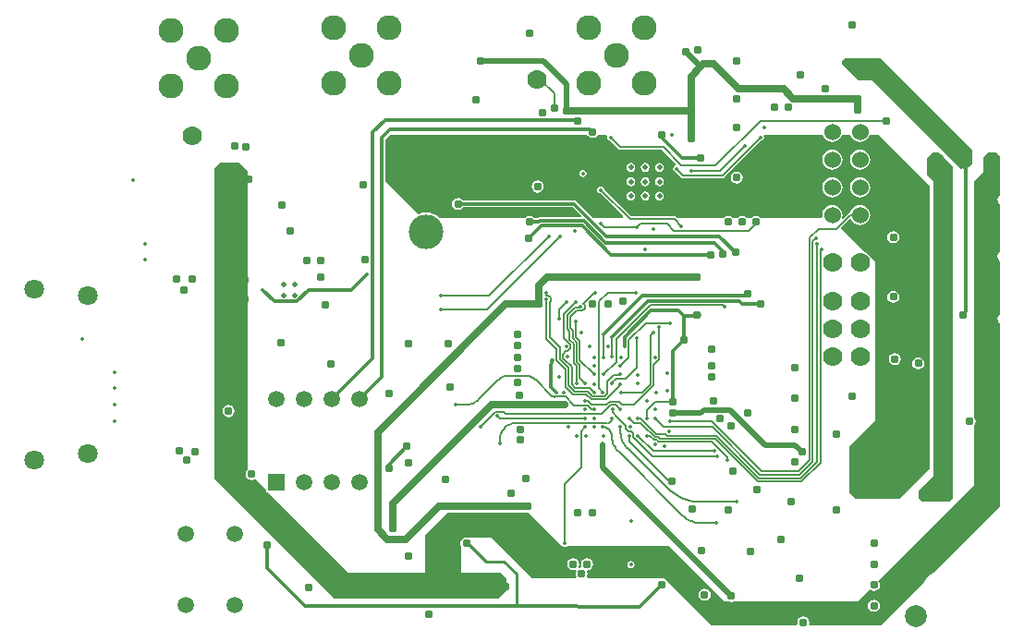
<source format=gbl>
%FSTAX23Y23*%
%MOIN*%
%SFA1B1*%

%IPPOS*%
%ADD12C,0.010000*%
%ADD16C,0.020000*%
%ADD17C,0.005000*%
%ADD19C,0.008000*%
%ADD102C,0.012000*%
%ADD106C,0.025000*%
%ADD108C,0.006000*%
%ADD109C,0.070870*%
%ADD110C,0.060000*%
%ADD111C,0.070000*%
%ADD112C,0.125000*%
%ADD113C,0.090000*%
%ADD114C,0.059060*%
%ADD115C,0.078740*%
%ADD116R,0.059060X0.059060*%
%ADD117C,0.014000*%
%ADD118C,0.031000*%
%ADD119C,0.019680*%
%LNusb_control-1*%
%LPD*%
G36*
X03309Y01615D02*
Y00595D01*
X03199Y00485*
X03044*
X03019Y0051*
Y00675*
X03114Y0077*
Y0134*
X03095Y01358*
X03094Y0136*
X03088Y01369*
X03079Y01375*
X03077Y01376*
X0299Y01463*
X03021Y01495*
X03026Y01494*
X03027Y01491*
X03033Y01484*
X0304Y01478*
X03049Y01474*
X03059Y01473*
X03068Y01474*
X03077Y01478*
X03084Y01484*
X0309Y01491*
X03094Y015*
X03095Y0151*
X03094Y01519*
X0309Y01528*
X03084Y01535*
X03077Y01541*
X03068Y01545*
X03059Y01546*
X03049Y01545*
X0304Y01541*
X03033Y01535*
X03027Y01528*
X03023Y01519*
X03023Y01518*
X0302Y01518*
X03017Y01516*
X02997Y01495*
X02993Y01498*
X02994Y015*
X02995Y0151*
X02994Y01519*
X0299Y01528*
X02984Y01535*
X02977Y01541*
X02968Y01545*
X02959Y01546*
X02949Y01545*
X0294Y01541*
X02933Y01535*
X02927Y01528*
X02923Y01519*
X02922Y0151*
X02923Y01505*
X02918Y015*
X02699*
X02699Y015*
X02692Y01505*
X02684Y01506*
X02675Y01505*
X02668Y015*
X02668Y015*
X02649*
X02649Y015*
X02642Y01505*
X02634Y01506*
X02625Y01505*
X02618Y015*
X02618Y015*
X02599*
X02599Y015*
X02592Y01505*
X02584Y01506*
X02575Y01505*
X02568Y015*
X02568Y015*
X02398*
X02396Y01502*
X02392Y01504*
X02389Y01505*
X02233*
X02136Y01601*
X02136Y01605*
X02133Y01609*
X02129Y01612*
X02124Y01613*
X02118Y01612*
X02114Y01609*
X02111Y01605*
X0211Y016*
X02111Y01594*
X02114Y0159*
X02118Y01587*
X02122Y01587*
X02204Y01504*
X02203Y015*
X02094*
X02035Y01558*
X02031Y01561*
X02027Y01562*
X01626*
X01624Y01565*
X01617Y0157*
X01609Y01571*
X016Y0157*
X01593Y01565*
X01588Y01558*
X01587Y0155*
X01588Y01541*
X01593Y01534*
X016Y01529*
X01609Y01528*
X01617Y01529*
X01624Y01534*
X01626Y01537*
X02022*
X02053Y01505*
X02052Y01501*
X01902*
X01897Y015*
X01897Y015*
X01882*
X01882Y015*
X01874Y01505*
X01866Y01506*
X01858Y01505*
X01851Y015*
X0185Y015*
X01541*
X01532Y01507*
X0152Y01513*
X01507Y01517*
X01494Y01518*
X0148Y01517*
X01467Y01513*
X01466Y01512*
X01346Y01632*
Y01782*
X01364Y018*
X02074*
X02078Y01794*
X02085Y01789*
X02094Y01788*
X02102Y01789*
X02109Y01794*
X02113Y018*
X02144*
X02146Y01795*
X02145Y0179*
X02146Y01784*
X02149Y0178*
X02153Y01777*
X02157Y01777*
X02186Y01747*
X0219Y01745*
X02194Y01744*
X02344*
X02394Y01694*
X02393Y01689*
X02392Y01689*
X02388Y01686*
X02385Y01681*
X02384Y01676*
X02385Y01671*
X02388Y01667*
X02392Y01664*
X02395Y01663*
X02414Y01645*
X02417Y01643*
X02421Y01642*
X02562*
X02565Y01643*
X02569Y01645*
X027Y01777*
X02704Y01777*
X02708Y0178*
X02711Y01784*
X02712Y0179*
X02711Y01795*
X02713Y018*
X02924*
X02927Y01791*
X02933Y01784*
X0294Y01778*
X02949Y01774*
X02959Y01773*
X02968Y01774*
X02977Y01778*
X02984Y01784*
X0299Y01791*
X02993Y018*
X03024*
X03027Y01791*
X03033Y01784*
X0304Y01778*
X03049Y01774*
X03059Y01773*
X03068Y01774*
X03077Y01778*
X03084Y01784*
X0309Y01791*
X03093Y018*
X03124*
X03309Y01615*
G37*
G36*
X03464Y01745D02*
Y01695D01*
X03456Y01687*
X03452Y01689*
Y01699*
X03451Y01703*
X03448Y01707*
X03442Y01713*
X03438Y01716*
X03434Y01717*
X03429Y01716*
X03425Y01713*
X03422Y01709*
X03421Y01705*
X03422Y017*
X03425Y01696*
X03427Y01693*
Y01677*
X03422Y01676*
X03104Y01995*
X03054*
X02994Y02055*
Y02065*
X03004Y02075*
X03134*
X03464Y01745*
G37*
G36*
X03344Y01735D02*
X03394Y01685D01*
Y01406*
X03393Y01405*
X03394Y01403*
Y01201*
X03393Y012*
X03394Y01198*
Y00976*
X03393Y00975*
X03394Y00973*
Y0049*
X03379Y00475*
X03284*
X03269Y0049*
Y00515*
X03324Y0057*
Y0163*
X03299Y01655*
Y01715*
X03319Y01735*
X03344*
G37*
G36*
X03564Y0172D02*
Y0166D01*
Y01582*
X03559Y01579*
X03555Y01572*
X03553Y01565*
X03555Y01557*
X03559Y0155*
X03564Y01547*
Y01377*
X03559Y01374*
X03555Y01367*
X03553Y0136*
X03555Y01352*
X03559Y01345*
X03564Y01342*
Y01152*
X03559Y01149*
X03555Y01142*
X03553Y01135*
X03555Y01127*
X03559Y0112*
X03564Y01117*
Y0046*
X03323Y00219*
X03313Y00213*
X03303Y00205*
X03295Y00195*
X03289Y00185*
X03134Y0003*
X02878*
X02874Y00035*
X02875Y0004*
X02874Y00048*
X02869Y00055*
X02862Y0006*
X02854Y00061*
X02845Y0006*
X02838Y00055*
X02833Y00048*
X02832Y0004*
X02833Y00035*
X02829Y0003*
X02614*
X02524*
X02354Y002*
X02075*
X02072Y00204*
X02074Y00206*
X02075Y00215*
X02074Y00223*
X02076Y00228*
X02082Y00229*
X02089Y00234*
X02094Y00241*
X02095Y0025*
X02094Y00258*
X02089Y00265*
X02082Y0027*
X02074Y00271*
X02065Y0027*
X02058Y00265*
X02053Y00258*
X02052Y0025*
X02053Y00241*
X02051Y00236*
X02046Y00235*
X02044Y00236*
X02042Y00239*
X02044Y00241*
X02045Y0025*
X02044Y00258*
X02039Y00265*
X02032Y0027*
X02024Y00271*
X02015Y0027*
X02008Y00265*
X02003Y00258*
X02002Y0025*
X02003Y00241*
X02008Y00234*
X02015Y00229*
X02024Y00228*
X02031Y00229*
X02033Y00228*
X02035Y00225*
X02033Y00223*
X02032Y00215*
X02033Y00206*
X02035Y00204*
X02032Y002*
X01874*
X01729Y00345*
X01647*
X01647Y00345*
X01639Y00346*
X0163Y00345*
X01623Y0034*
X01618Y00333*
X01617Y00325*
X01618Y00316*
X01619Y00316*
Y0022*
X01739*
X01764*
X01784Y002*
Y00165*
Y00155*
X01754Y00125*
X01164*
X00729Y0056*
Y01675*
X00745Y01695*
X00751Y017*
X00819*
X00849Y0167*
Y0059*
X00848Y0059*
X00843Y00583*
X00842Y00575*
X00843Y00566*
X00848Y00559*
X00855Y00554*
X00864Y00553*
X00872Y00554*
X00876Y00557*
X00918Y00515*
Y00509*
X00924*
X01214Y0022*
X01489*
Y00355*
X01569Y00435*
X01864*
X01984Y00315*
X01985*
X01988Y00312*
X01994Y00311*
X01999Y00312*
X02002Y00315*
X02369*
X02569Y00115*
X02585*
X02585Y00114*
X02594Y00113*
X02602Y00114*
X02602Y00115*
X03049*
X03093Y00159*
X031Y00154*
X03109Y00153*
X03117Y00154*
X03124Y00159*
X03129Y00166*
X0313Y00175*
X03129Y00183*
X03124Y0019*
X03469Y00535*
Y00749*
X03469Y00749*
X03474Y00756*
X03475Y00765*
X03474Y00773*
X03469Y0078*
X03469Y0078*
Y0163*
X03504Y01665*
Y0172*
X03519Y01735*
X03549*
X03564Y0172*
G37*
%LNusb_control-2*%
%LPC*%
G36*
X03059Y01746D02*
X03049Y01745D01*
X0304Y01741*
X03033Y01735*
X03027Y01728*
X03023Y01719*
X03022Y0171*
X03023Y017*
X03027Y01691*
X03033Y01684*
X0304Y01678*
X03049Y01674*
X03059Y01673*
X03068Y01674*
X03077Y01678*
X03084Y01684*
X0309Y01691*
X03094Y017*
X03095Y0171*
X03094Y01719*
X0309Y01728*
X03084Y01735*
X03077Y01741*
X03068Y01745*
X03059Y01746*
G37*
G36*
X02959D02*
X02949Y01745D01*
X0294Y01741*
X02933Y01735*
X02927Y01728*
X02923Y01719*
X02922Y0171*
X02923Y017*
X02927Y01691*
X02933Y01684*
X0294Y01678*
X02949Y01674*
X02959Y01673*
X02968Y01674*
X02977Y01678*
X02984Y01684*
X0299Y01691*
X02994Y017*
X02995Y0171*
X02994Y01719*
X0299Y01728*
X02984Y01735*
X02977Y01741*
X02968Y01745*
X02959Y01746*
G37*
G36*
X02335Y01697D02*
X02329Y01696D01*
X02323Y01692*
X0232Y01687*
X02319Y01681*
X0232Y01675*
X02323Y01669*
X02329Y01666*
X02335Y01665*
X02341Y01666*
X02346Y01669*
X0235Y01675*
X02351Y01681*
X0235Y01687*
X02346Y01692*
X02341Y01696*
X02335Y01697*
G37*
G36*
X02284D02*
X02277Y01696D01*
X02272Y01692*
X02269Y01687*
X02267Y01681*
X02269Y01675*
X02272Y01669*
X02277Y01666*
X02284Y01665*
X0229Y01666*
X02295Y01669*
X02298Y01675*
X023Y01681*
X02298Y01687*
X02295Y01692*
X0229Y01696*
X02284Y01697*
G37*
G36*
X02232D02*
X02226Y01696D01*
X02221Y01692*
X02217Y01687*
X02216Y01681*
X02217Y01675*
X02221Y01669*
X02226Y01666*
X02232Y01665*
X02239Y01666*
X02244Y01669*
X02247Y01675*
X02248Y01681*
X02247Y01687*
X02244Y01692*
X02239Y01696*
X02232Y01697*
G37*
G36*
X02059Y01673D02*
X02053Y01672D01*
X02049Y01669*
X02046Y01665*
X02045Y0166*
X02046Y01654*
X02049Y0165*
X02053Y01647*
X02059Y01646*
X02064Y01647*
X02068Y0165*
X02071Y01654*
X02072Y0166*
X02071Y01665*
X02068Y01669*
X02064Y01672*
X02059Y01673*
G37*
G36*
X02614Y01666D02*
X02605Y01665D01*
X02598Y0166*
X02593Y01653*
X02592Y01645*
X02593Y01636*
X02598Y01629*
X02605Y01624*
X02614Y01623*
X02622Y01624*
X02629Y01629*
X02634Y01636*
X02635Y01645*
X02634Y01653*
X02629Y0166*
X02622Y01665*
X02614Y01666*
G37*
G36*
X02335Y01646D02*
X02329Y01644D01*
X02323Y01641*
X0232Y01636*
X02319Y0163*
X0232Y01623*
X02323Y01618*
X02329Y01615*
X02335Y01613*
X02341Y01615*
X02346Y01618*
X0235Y01623*
X02351Y0163*
X0235Y01636*
X02346Y01641*
X02341Y01644*
X02335Y01646*
G37*
G36*
X02284D02*
X02277Y01644D01*
X02272Y01641*
X02269Y01636*
X02267Y0163*
X02269Y01623*
X02272Y01618*
X02277Y01615*
X02284Y01613*
X0229Y01615*
X02295Y01618*
X02298Y01623*
X023Y0163*
X02298Y01636*
X02295Y01641*
X0229Y01644*
X02284Y01646*
G37*
G36*
X02232D02*
X02226Y01644D01*
X02221Y01641*
X02217Y01636*
X02216Y0163*
X02217Y01623*
X02221Y01618*
X02226Y01615*
X02232Y01613*
X02239Y01615*
X02244Y01618*
X02247Y01623*
X02248Y0163*
X02247Y01636*
X02244Y01641*
X02239Y01644*
X02232Y01646*
G37*
G36*
X01896Y01634D02*
X01888Y01632D01*
X01881Y01628*
X01876Y0162*
X01874Y01612*
X01876Y01604*
X01881Y01597*
X01888Y01592*
X01896Y0159*
X01904Y01592*
X01912Y01597*
X01916Y01604*
X01918Y01612*
X01916Y0162*
X01912Y01628*
X01904Y01632*
X01896Y01634*
G37*
G36*
X03059Y01646D02*
X03049Y01645D01*
X0304Y01641*
X03033Y01635*
X03027Y01628*
X03023Y01619*
X03022Y0161*
X03023Y016*
X03027Y01591*
X03033Y01584*
X0304Y01578*
X03049Y01574*
X03059Y01573*
X03068Y01574*
X03077Y01578*
X03084Y01584*
X0309Y01591*
X03094Y016*
X03095Y0161*
X03094Y01619*
X0309Y01628*
X03084Y01635*
X03077Y01641*
X03068Y01645*
X03059Y01646*
G37*
G36*
X02959D02*
X02949Y01645D01*
X0294Y01641*
X02933Y01635*
X02927Y01628*
X02923Y01619*
X02922Y0161*
X02923Y016*
X02927Y01591*
X02933Y01584*
X0294Y01578*
X02949Y01574*
X02959Y01573*
X02968Y01574*
X02977Y01578*
X02984Y01584*
X0299Y01591*
X02994Y016*
X02995Y0161*
X02994Y01619*
X0299Y01628*
X02984Y01635*
X02977Y01641*
X02968Y01645*
X02959Y01646*
G37*
G36*
X02335Y01594D02*
X02329Y01593D01*
X02323Y0159*
X0232Y01585*
X02319Y01578*
X0232Y01572*
X02323Y01567*
X02329Y01563*
X02335Y01562*
X02341Y01563*
X02346Y01567*
X0235Y01572*
X02351Y01578*
X0235Y01585*
X02346Y0159*
X02341Y01593*
X02335Y01594*
G37*
G36*
X02284D02*
X02277Y01593D01*
X02272Y0159*
X02269Y01585*
X02267Y01578*
X02269Y01572*
X02272Y01567*
X02277Y01563*
X02284Y01562*
X0229Y01563*
X02295Y01567*
X02298Y01572*
X023Y01578*
X02298Y01585*
X02295Y0159*
X0229Y01593*
X02284Y01594*
G37*
G36*
X02232D02*
X02226Y01593D01*
X02221Y0159*
X02217Y01585*
X02216Y01578*
X02217Y01572*
X02221Y01567*
X02226Y01563*
X02232Y01562*
X02239Y01563*
X02244Y01567*
X02247Y01572*
X02248Y01578*
X02247Y01585*
X02244Y0159*
X02239Y01593*
X02232Y01594*
G37*
G36*
X03179Y01451D02*
X0317Y0145D01*
X03163Y01445*
X03158Y01438*
X03157Y0143*
X03158Y01421*
X03163Y01414*
X0317Y01409*
X03179Y01408*
X03187Y01409*
X03194Y01414*
X03199Y01421*
X032Y0143*
X03199Y01438*
X03194Y01445*
X03187Y0145*
X03179Y01451*
G37*
G36*
Y01236D02*
X0317Y01235D01*
X03163Y0123*
X03158Y01223*
X03157Y01215*
X03158Y01206*
X03163Y01199*
X0317Y01194*
X03179Y01193*
X03187Y01194*
X03194Y01199*
X03199Y01206*
X032Y01215*
X03199Y01223*
X03194Y0123*
X03187Y01235*
X03179Y01236*
G37*
G36*
X03184Y01011D02*
X03175Y0101D01*
X03168Y01005*
X03163Y00998*
X03162Y0099*
X03163Y00981*
X03168Y00974*
X03175Y00969*
X03184Y00968*
X03192Y00969*
X03199Y00974*
X03204Y00981*
X03205Y0099*
X03204Y00998*
X03199Y01005*
X03192Y0101*
X03184Y01011*
G37*
G36*
X03269Y00996D02*
X0326Y00995D01*
X03253Y0099*
X03248Y00983*
X03247Y00975*
X03248Y00966*
X03253Y00959*
X0326Y00954*
X03269Y00953*
X03277Y00954*
X03284Y00959*
X03289Y00966*
X0329Y00975*
X03289Y00983*
X03284Y0099*
X03277Y00995*
X03269Y00996*
G37*
G36*
X00781Y00824D02*
X00773Y00822D01*
X00766Y00818*
X00761Y0081*
X00759Y00802*
X00761Y00794*
X00766Y00787*
X00773Y00782*
X00781Y0078*
X00789Y00782*
X00797Y00787*
X00801Y00794*
X00803Y00802*
X00801Y0081*
X00797Y00818*
X00789Y00822*
X00781Y00824*
G37*
G36*
X02232Y00261D02*
X02227Y0026D01*
X02223Y00257*
X0222Y00253*
X02219Y00248*
X0222Y00243*
X02223Y00239*
X02227Y00236*
X02232Y00235*
X02237Y00236*
X02241Y00239*
X02244Y00243*
X02245Y00248*
X02244Y00253*
X02241Y00257*
X02237Y0026*
X02232Y00261*
G37*
G36*
X02498Y00161D02*
X0249Y0016D01*
X02483Y00155*
X02478Y00148*
X02476Y0014*
X02478Y00131*
X02483Y00124*
X0249Y00119*
X02498Y00118*
X02507Y00119*
X02514Y00124*
X02519Y00131*
X0252Y0014*
X02519Y00148*
X02514Y00155*
X02507Y0016*
X02498Y00161*
G37*
G36*
X03109Y00121D02*
X031Y0012D01*
X03093Y00115*
X03088Y00108*
X03087Y001*
X03088Y00091*
X03093Y00084*
X031Y00079*
X03109Y00078*
X03117Y00079*
X03124Y00084*
X03129Y00091*
X0313Y001*
X03129Y00108*
X03124Y00115*
X03117Y0012*
X03109Y00121*
G37*
%LNusb_control-3*%
%LPD*%
G54D12*
X01639Y00325D02*
X01644D01*
X01709Y0026*
X01774*
X01819Y00215*
Y00097D02*
Y00215D01*
G54D16*
X01999Y01885D02*
Y01983D01*
X01917Y02065D02*
X01999Y01983D01*
X01689Y02065D02*
X01917D01*
X02131Y00597D02*
X02594Y00135D01*
X02131Y00597D02*
Y00681D01*
X02589Y00806D02*
X02716Y0068D01*
X02495Y00806D02*
X02589D01*
X02716Y0068D02*
X02824D01*
X02849Y00655*
X02484Y00795D02*
X02495Y00806D01*
X02384Y00795D02*
X02484D01*
X02429Y021D02*
X02484Y02045D01*
G54D17*
X02149Y0076D02*
D01*
X0215Y0076*
X02151Y0076*
X02152Y0076*
X02153Y00761*
X02154Y00761*
X02155Y00761*
X02156Y00762*
X02157Y00762*
X02158Y00763*
X02159Y00764*
X02159Y00764*
X0216Y00765*
X02161Y00766*
X02162Y00767*
X02162Y00768*
X02163Y00769*
X02163Y0077*
X02163Y00771*
X02164Y00772*
X02164Y00773*
X02164Y00774*
X02164Y00775*
X02164Y00776*
X01821Y0076D02*
D01*
X01816Y0076*
X01812Y00759*
X01808Y00759*
X01804Y00758*
X018Y00756*
X01795Y00755*
X01792Y00753*
X01788Y00751*
X01784Y00748*
X01781Y00745*
X01778Y00743*
X01775Y00739*
X01772Y00736*
X01769Y00733*
X01767Y00729*
X01765Y00725*
X01763Y00721*
X01762Y00717*
X0176Y00713*
X01759Y00709*
X01759Y00704*
X01759Y007*
X01759Y00698*
X02194Y00728D02*
D01*
X02194Y00722*
X02195Y00717*
X02196Y00711*
X02197Y00705*
X02199Y007*
X02201Y00694*
X02204Y00689*
X02207Y00684*
X0221Y00679*
X02214Y00675*
X02218Y0067*
X02219Y00669*
X02366Y00522D02*
D01*
X02374Y00514*
X02383Y00507*
X02392Y00501*
X02402Y00495*
X02412Y0049*
X02423Y00485*
X02433Y00482*
X02444Y00479*
X02455Y00476*
X02467Y00475*
X02478Y00475*
X02481Y00475*
X02154Y00735D02*
D01*
X02152Y00736*
X0215Y00738*
X02148Y00739*
X02146Y0074*
X02144Y00741*
X02142Y00742*
X02139Y00743*
X02137Y00744*
X02135Y00744*
X02132Y00744*
X0213Y00744*
X02129Y00745*
X02164Y0071D02*
D01*
X02164Y00705*
X02164Y007*
X02165Y00695*
X02166Y0069*
X02168Y00685*
X0217Y0068*
X02172Y00675*
X02175Y00671*
X02178Y00667*
X02181Y00662*
X02184Y00659*
X02185Y00658*
X02164Y0071D02*
D01*
X02163Y00713*
X02163Y00715*
X02163Y00717*
X02162Y0072*
X02161Y00722*
X02161Y00724*
X0216Y00726*
X02158Y00728*
X02157Y0073*
X02156Y00732*
X02154Y00734*
X02154Y00735*
X02417Y00426D02*
D01*
X02422Y00422*
X02427Y00417*
X02433Y00413*
X02439Y0041*
X02445Y00406*
X02452Y00404*
X02458Y00401*
X02465Y004*
X02472Y00398*
X02479Y00397*
X02486Y00397*
X02487Y00397*
X01974Y0117D02*
X01999Y01195D01*
X01928Y0123D02*
Y01235D01*
Y0122D02*
Y0123D01*
X01928Y01062D02*
Y01205D01*
X01928Y0122D02*
X01934D01*
X01944Y01211*
Y01198D02*
Y01211D01*
X01939Y01194D02*
X01944Y01198D01*
X01939Y01069D02*
Y01194D01*
Y01069D02*
X01976Y01032D01*
X01991Y01064D02*
Y01152D01*
X02025Y00976D02*
Y01045D01*
Y00976D02*
X02037Y00964D01*
Y00902D02*
Y00964D01*
X02036Y0098D02*
Y0105D01*
Y0098D02*
X02048Y00969D01*
Y00922D02*
Y00969D01*
X02033Y01069D02*
Y01125D01*
Y01069D02*
X02047Y01055D01*
Y00985D02*
Y01055D01*
Y00985D02*
X02099Y00934D01*
X02019Y00898D02*
Y00961D01*
X01987Y00993D02*
X02019Y00961D01*
X01987Y01006D02*
X01998Y01017D01*
X02003*
X02014Y01028*
X01991Y01064D02*
X02014Y01041D01*
X01976Y00989D02*
Y01032D01*
Y00989D02*
X02008Y00957D01*
Y00894D02*
Y00957D01*
X01928Y01062D02*
X01964Y01026D01*
Y00984D02*
Y01026D01*
Y00984D02*
X01997Y00952D01*
Y00889D02*
Y00952D01*
X01987Y00993D02*
Y01006D01*
X02022Y01065D02*
Y01092D01*
Y01065D02*
X02036Y0105D01*
X02011Y0106D02*
X02025Y01045D01*
X02011Y0106D02*
Y01088D01*
X02014Y01028D02*
Y01041D01*
X02002Y01097D02*
X02011Y01088D01*
X02013Y01101D02*
X02022Y01092D01*
X02002Y01097D02*
Y01147D01*
X02013Y01101D02*
Y01141D01*
X02116Y00886D02*
Y01178D01*
X02118Y0118*
Y01199*
X02116Y00886D02*
X02131Y0087D01*
X02118Y01199D02*
X02149Y0123D01*
X02134Y00935D02*
D01*
X02179Y0098*
X02061Y0119D02*
X021Y0123D01*
X02061Y0119D02*
D01*
X02065Y01186D01*
Y01173D02*
Y01186D01*
X01974Y01135D02*
Y0117D01*
X02013Y01141D02*
X02035Y01164D01*
X01991Y01152D02*
X02034Y01195D01*
X02002Y01147D02*
X0203Y01176D01*
X02048Y00922D02*
X02068Y00902D01*
X01997Y00889D02*
X02024Y00862D01*
X02008Y00894D02*
X02029Y00873D01*
X02019Y00898D02*
X0203Y00886D01*
X02035Y01164D02*
X02056D01*
X02065Y01173*
X0203Y01176D02*
X02045D01*
X0203Y00886D02*
X02084D01*
X021Y0087*
X02029Y00873D02*
X02076D01*
X02093Y00855*
X02024Y00862D02*
X02071D01*
X02089Y00844*
X02068Y0084D02*
X02075D01*
X01781Y00792D02*
X02126D01*
X0176Y00776D02*
X02068D01*
X01821Y0076D02*
X02148D01*
X02054Y0073D02*
X02068Y00744D01*
X02194Y00965D02*
X02224Y00994D01*
X02189Y00931D02*
X02194Y00935D01*
X02214Y0092D02*
X02254Y0096D01*
X02054Y006D02*
Y0073D01*
X01994Y0054D02*
X02054Y006D01*
X01994Y00325D02*
Y0054D01*
X02303Y01185D02*
X02564D01*
X02569Y0118*
X02903Y01404D02*
X02904Y01405D01*
X02888Y0062D02*
Y01414D01*
X02877Y00624D02*
Y01428D01*
X02888Y01414D02*
X02899Y01425D01*
X02877Y01428D02*
X02909Y0146D01*
X02903Y00619D02*
Y01404D01*
X02915Y01381D02*
X02919Y01385D01*
X02915Y00616D02*
Y01381D01*
X02909Y0146D02*
X02974D01*
X02848Y00549D02*
X02915Y00616D01*
X02844Y0056D02*
X02903Y00619D01*
X03024Y0151D02*
X03059D01*
X02974Y0146D02*
X03024Y0151D01*
X02837Y00585D02*
X02877Y00624D01*
X02839Y00571D02*
X02888Y0062D01*
X02704Y00585D02*
X02837D01*
X02698Y00571D02*
X02839D01*
X02693Y0056D02*
X02844D01*
X02689Y00549D02*
X02848D01*
X02525Y00745D02*
X02698Y00571D01*
X02541Y00713D02*
X02693Y0056D01*
X02536Y00702D02*
X02689Y00549D01*
X02374Y00765D02*
X02524D01*
X02349Y00745D02*
X02525D01*
X02319Y00775D02*
X02349Y00745D01*
X02283Y0076D02*
X02324Y00719D01*
X02356*
X02362Y00713*
X02541*
X02257Y00776D02*
X02267D01*
X02273Y0077*
Y00769D02*
X02282Y0076D01*
X02283*
X02273Y00769D02*
Y0077D01*
X02336Y00703D02*
X02357D01*
X02319Y00708D02*
X02331D01*
X02336Y00703*
X02357D02*
X02358Y00702D01*
X02536*
X02226Y00776D02*
X02226D01*
X02242Y0076D02*
X02267D01*
X02278Y00749D02*
X02278D01*
X02319Y00708*
X02226Y00776D02*
X02242Y0076D01*
X02267D02*
X02278Y00749D01*
X02524Y00765D02*
X02704Y00585D01*
X02319Y00835D02*
X02384D01*
X02289Y00805D02*
X02319Y00835D01*
X02289Y00776D02*
Y00805D01*
X02164Y00997D02*
X02164Y00997D01*
Y0107*
X02481Y00475D02*
X02614D01*
X02315Y00697D02*
X02327D01*
X02331Y00692*
X02289Y00713D02*
X02299D01*
X02315Y00697*
X02241Y00707D02*
X02309Y0064D01*
X02257Y00713D02*
X02312Y00658D01*
X02313Y0066*
X02534*
X02331Y00692D02*
X02352D01*
X02353Y00691*
X0218Y00782D02*
Y00782D01*
X02165Y00797D02*
X0218Y00782D01*
X01689Y00745D02*
X01744Y008D01*
X01773*
X01781Y00792*
X02579Y00625D02*
Y00636D01*
X02353Y00691D02*
X02524D01*
X02579Y00636*
X02309Y0064D02*
X02544D01*
X02133Y00999D02*
X02134Y00998D01*
X02224Y00994D02*
Y01057D01*
X02133Y00999D02*
Y01079D01*
X01751Y00785D02*
X0176Y00776D01*
X02226Y00693D02*
Y00712D01*
X02241Y00707D02*
Y00721D01*
X02234Y00729D02*
X02241Y00721D01*
X02222Y00729D02*
X02234D01*
X02213Y00738D02*
X02222Y00729D01*
X02213Y00738D02*
Y00748D01*
X0218Y00782D02*
X02213Y00748D01*
X02179Y0098D02*
Y01061D01*
X02303Y01185*
X02369Y0055D02*
X02379D01*
X02226Y00693D02*
X02369Y0055D01*
X02224Y01057D02*
X02287Y0112D01*
X02149Y0123D02*
X02249D01*
X021D02*
X02104D01*
X02195Y0087D02*
X02274D01*
X02303Y00899*
X02314Y00894D02*
Y00968D01*
X02334Y00988*
Y0101*
X02334Y01011D02*
X02334Y0101D01*
X02334Y01011D02*
Y01105D01*
X02287Y0112D02*
X02327D01*
X02327Y0112*
X02373D02*
X02374Y0112D01*
X02327Y0112D02*
X02373D01*
X02303Y00899D02*
Y01074D01*
X02314Y01085*
X02254Y0096D02*
Y01065D01*
X02164Y00905D02*
X02179Y0092D01*
X02214*
X0217Y00931D02*
X02189D01*
X02147Y00908D02*
X0217Y00931D01*
X02147Y00864D02*
Y00908D01*
X02138Y00855D02*
X02147Y00864D01*
X02093Y00855D02*
X02138D01*
X02178Y00825D02*
X02194Y0081D01*
X02244Y00825D02*
X02314Y00894D01*
X022Y00825D02*
X02244D01*
X02189Y00836D02*
X022Y00825D01*
X02075Y0084D02*
X02089Y00825D01*
X02149Y00814D02*
Y00815D01*
X02126Y00792D02*
X02149Y00814D01*
Y00815D02*
X02159Y00825D01*
X02178*
X02155Y00836D02*
X02189D01*
X02089Y00825D02*
X02144D01*
X02155Y00836*
X02194Y00895D02*
Y009D01*
X02142Y00844D02*
X02194Y00895D01*
X02089Y00844D02*
X02142D01*
X01759Y00685D02*
Y00698D01*
X02165Y00797D02*
Y0081D01*
X02219Y00669D02*
X02366Y00522D01*
X02194Y00728D02*
Y00744D01*
X02129Y00745D02*
X02129D01*
X02189Y00655D02*
X02417Y00426D01*
X02487Y00397D02*
X02541D01*
G54D19*
X01548Y01217D02*
X01719D01*
X01935Y01433*
X01545Y01167D02*
X01712D01*
X01978Y01433*
X02229Y01495D02*
X02389D01*
X02124Y016D02*
X02229Y01495D01*
X02266Y01477D02*
X02362D01*
X02254Y01465D02*
X02266Y01477D01*
X02138Y01465D02*
X02254D01*
X02124Y0148D02*
X02138Y01465D01*
X02657Y01453D02*
X02689Y01485D01*
X01904Y01999D02*
X01955Y01947D01*
Y01894D02*
Y01947D01*
X01892Y01999D02*
X01904D01*
X02699Y0185D02*
X03154D01*
X02538Y01689D02*
X02699Y0185D01*
X02414Y01689D02*
X02538D01*
X02159Y0179D02*
X02194Y01755D01*
X02386Y01453D02*
X02657D01*
X02194Y01755D02*
X02349D01*
X02414Y01689*
X02449Y0167D02*
X02554D01*
X02644Y0176*
X02562Y01653D02*
X02699Y0179D01*
X02362Y01477D02*
X02386Y01453D01*
X02389Y01495D02*
X02414Y0147D01*
X02397Y01676D02*
X02421Y01653D01*
X02562*
X02684Y01485D02*
X02689D01*
G54D102*
X02466Y01145D02*
D01*
X02468Y01145*
X02469Y01145*
X0247Y01145*
X02471Y01145*
X02472Y01146*
X02473Y01146*
X02474Y01146*
X02475Y01147*
X02476Y01148*
X02477Y01148*
X02478Y01149*
X02479Y0115*
X02027Y0155D02*
X02144Y01433D01*
X01609Y0155D02*
X02027D01*
X02055Y01471D02*
X02161Y01365D01*
X0191Y01471D02*
X02055D01*
X02062Y01489D02*
X02141Y0141D01*
X01902Y01489D02*
X02062D01*
X02161Y01365D02*
X02519D01*
X02141Y0141D02*
X02534D01*
X01864Y01425D02*
X0191Y01471D01*
X02144Y01433D02*
X02551D01*
X019Y01486D02*
X01902Y01489D01*
X01867Y01486D02*
X019D01*
X01866Y01485D02*
X01867Y01486D01*
X02551Y01433D02*
X02609Y01375D01*
X01944Y0097D02*
X01948Y00974D01*
Y00984*
X01949Y00985*
X01346Y01852D02*
X02039D01*
X02046*
X01301Y00992D02*
Y01807D01*
X01346Y01852*
X01154Y00845D02*
X01301Y00992D01*
X01364Y0182D02*
X02084D01*
X02094Y0181*
X02044Y0185D02*
X02046Y01852D01*
X0344Y01161D02*
Y01699D01*
X03429Y0115D02*
X0344Y01161D01*
X03434Y01705D02*
X0344Y01699D01*
X02264Y00095D02*
X02344Y00175D01*
X01819Y00097D02*
X02264Y00095D01*
X02344Y00175D02*
D01*
X02634Y0119D02*
X02704D01*
X02624Y012D02*
X02634Y0119D01*
X02294Y012D02*
X02624D01*
X02274Y0122D02*
X02654D01*
X02564Y0137D02*
Y0138D01*
X02534Y0141D02*
X02564Y0138D01*
X01334Y0179D02*
X01364Y0182D01*
X02039Y0185D02*
X02044D01*
X01334Y00925D02*
Y0179D01*
X02416Y01715D02*
X02484D01*
X02343Y01787D02*
X02416Y01715D01*
X02343Y01787D02*
Y01797D01*
Y01789D02*
Y01797D01*
X01254Y00845D02*
X01334Y00925D01*
X02164Y0107D02*
X02294Y012D01*
X00904Y0124D02*
X00945Y01198D01*
X01028*
X01069Y0124*
X01224*
X01279Y01295*
X00919Y00235D02*
Y0032D01*
Y00235D02*
X01056Y00097D01*
X01819*
X02209Y01035D02*
Y0107D01*
X02384Y00835D02*
Y0102D01*
X02424Y0106*
Y01145*
X02209Y0107D02*
X02304Y01165D01*
X02404*
X02424Y01145*
X02133Y01079D02*
X02274Y0122D01*
X01359Y00595D02*
Y0061D01*
X01424Y00675*
X01944Y0089D02*
X01964Y0087D01*
X01944Y0089D02*
Y0097D01*
X02424Y01145D02*
X02466D01*
G54D106*
X01319Y00725D02*
X01781Y01187D01*
X01319Y00375D02*
Y00725D01*
X01784Y0119D02*
X01899D01*
Y01255*
X01929Y01285D02*
X02469D01*
X01899Y01255D02*
X01929Y01285D01*
X01999Y01885D02*
X02449D01*
X01539Y0046D02*
X01859D01*
X01419Y0034D02*
X01539Y0046D01*
X01354Y0034D02*
X01419D01*
X01319Y00375D02*
X01354Y0034D01*
X02449Y01785D02*
Y0201D01*
X02529Y02055D02*
X0262Y01964D01*
X02494Y02055D02*
X02529D01*
X0262Y01964D02*
X02783D01*
X03049Y0189D02*
Y0193D01*
X02783Y01964D02*
X02817Y0193D01*
X03049*
X01374Y0038D02*
Y0047D01*
X01729Y00825*
X01994*
X02449Y0201D02*
X02484Y02045D01*
X02494Y02055*
G54D108*
X01635Y00825D02*
D01*
X0164Y00825*
X01645Y00825*
X01649Y00826*
X01654Y00827*
X01659Y00829*
X01663Y0083*
X01667Y00832*
X01671Y00835*
X01675Y00838*
X01679Y0084*
X01683Y00844*
X01684Y00845*
X01789Y0093D02*
D01*
X01785Y00929*
X01782Y00929*
X01778Y00928*
X01775Y00928*
X01772Y00927*
X01769Y00925*
X01766Y00924*
X01763Y00922*
X0176Y0092*
X01757Y00918*
X01755Y00916*
X01754Y00915*
X01888Y00915D02*
D01*
X01886Y00917*
X01883Y00919*
X0188Y00921*
X01877Y00923*
X01874Y00925*
X01871Y00926*
X01867Y00927*
X01864Y00928*
X0186Y00929*
X01857Y00929*
X01853Y00929*
X01852Y0093*
X01889Y00915D02*
D01*
X01888Y00915*
X01888Y00915*
X01888Y00915*
X01888Y00915*
X01888Y00915*
X01944Y00859D02*
D01*
X01945Y00858*
X01946Y00857*
X01947Y00856*
X01948Y00856*
X01949Y00855*
X0195Y00855*
X01952Y00854*
X01953Y00854*
X01954Y00854*
X01955Y00854*
X01957Y00853*
X01957Y00854*
X02075Y00823D02*
X02089Y0081D01*
X02025Y00823D02*
X02075D01*
X02089Y0081D02*
X02099D01*
X01995Y00854D02*
X02025Y00823D01*
X01599Y00825D02*
X01635D01*
X01684Y00845D02*
X01754Y00915D01*
X01957Y00854D02*
X01995D01*
X01888Y00915D02*
X01889Y00915D01*
X01944Y00859*
X01789Y0093D02*
X01852D01*
G54D109*
X0008Y01243D03*
Y00625D03*
X00274Y01219D03*
Y00648D03*
G54D110*
X03534Y01705D03*
X03334D03*
X03434D03*
X02959Y0161D03*
Y0151D03*
Y0181D03*
Y0171D03*
X03059Y0161D03*
Y0151D03*
Y0181D03*
Y0171D03*
G54D111*
X03059Y0134D03*
X02959D03*
Y01D03*
X03059D03*
X02959Y011D03*
X03059D03*
X02959Y012D03*
X03059D03*
X00649Y01795D03*
X01892Y01999D03*
G54D112*
X01494Y0145D03*
G54D113*
X01259Y02085D03*
X01359Y02185D03*
X01159D03*
Y01985D03*
X01359D03*
X02179Y02085D03*
X02279Y02185D03*
X02079D03*
Y01985D03*
X02279D03*
X00674Y02075D03*
X00774Y02175D03*
X00574D03*
Y01975D03*
X00774D03*
G54D114*
X00802Y00102D03*
X00625D03*
Y00357D03*
X00802D03*
X01254Y00845D03*
X01154D03*
X01054D03*
X01254Y00545D03*
X01054D03*
X01154D03*
X00954Y00845D03*
G54D115*
X03259Y00063D03*
G54D116*
X00954Y00545D03*
G54D117*
X00438Y01634D03*
X0037Y00826D03*
X0037Y00766D03*
X00369Y00884D03*
X0037Y00943D03*
X00254Y01062D03*
X00481Y01348D03*
X00479Y01404D03*
X01548Y01217D03*
X01545Y01167D03*
X01935Y01433D03*
X01978D03*
X0203Y01452D03*
X01999Y01195D03*
X02084Y01035D03*
X01928Y0123D03*
X01928Y01205D03*
X02033Y01125D03*
X01949Y00985D03*
X02134Y00935D03*
X021Y00965D03*
X02099Y00995D03*
X0205Y0118D03*
X02052Y01084D03*
X01974Y01135D03*
X02099Y00934D03*
Y009D03*
X02002Y01D03*
X02254Y01465D03*
X01999Y01035D03*
X02068Y00902D03*
X02068Y0084D03*
X02068Y00807D03*
Y00776D03*
Y00744D03*
X02197Y00996D03*
X02194Y00965D03*
X02194Y00935D03*
X02569Y0118D03*
X02904Y01405D03*
X02919Y01385D03*
X02899Y01425D03*
X02374Y00765D03*
X02319Y00775D03*
X02257Y00776D03*
X02226D03*
X0232Y00809D03*
X02159Y0179D03*
X02381Y01797D03*
X02414Y0147D03*
X02059Y0166D03*
X02313Y0146D03*
X02284Y01385D03*
X02124Y0148D03*
Y016D03*
X0232Y00681D03*
X02005Y00744D03*
X02037Y00713D03*
X02131Y00681D03*
X02289Y00713D03*
X021Y00744D03*
X02257Y00933D03*
Y00902D03*
X021Y0087D03*
X02164Y00776D03*
X02131Y0087D03*
X02541Y00397D03*
X02614Y00475D03*
X02232Y00248D03*
X02234Y00405D03*
X01759Y00685D03*
X01994Y00325D03*
X00904Y0124D03*
X01279Y01295D03*
X01994Y00825D03*
X02037Y00902D03*
X02289Y00776D03*
X02209Y01035D03*
X02149D03*
X02257Y00713D03*
X02226Y00713D03*
X02364Y0094D03*
X02364Y00875D03*
X02534Y0066D03*
X02369Y00729D03*
X02289Y00839D03*
X02129Y00745D03*
X02194Y00744D03*
X02165Y00809D03*
X02194Y0081D03*
X01689Y00745D03*
X02579Y00625D03*
X02544Y0064D03*
X02164Y00997D03*
X02134Y00996D03*
X02254Y01065D03*
X02195Y0087D03*
X02314Y01085D03*
X02099Y00776D03*
X0207Y00711D03*
X02354Y00676D03*
X02319Y00995D03*
X01751Y00785D03*
X02133Y00713D03*
X02229Y00745D03*
X02322Y0087D03*
X02164Y00903D03*
X02374Y0112D03*
X02249Y0123D03*
X02104D03*
X02099Y0081D03*
X01964Y0087D03*
X01599Y00825D03*
X02334Y01105D03*
X02194Y009D03*
X01989Y0087D03*
X01974Y00925D03*
X02034Y01195D03*
X02449Y0167D03*
X02397Y01676D03*
X02644Y0176D03*
X02699Y0179D03*
X02714Y01825D03*
G54D118*
X01609Y0155D03*
X01899Y0119D03*
X01867Y02165D03*
X01955Y01894D03*
X02609Y01375D03*
X01999Y01885D03*
X01914Y0188D03*
X01689Y02065D03*
X01674Y01925D03*
X02094Y0181D03*
X03429Y0115D03*
X01859Y0046D03*
X02854Y0004D03*
X01799Y00505D03*
X03269Y00975D03*
X02024Y0025D03*
X02054Y00215D03*
X02344Y00175D03*
X01639Y00325D03*
X01854Y0056D03*
X02699Y0119D03*
X02564Y0137D03*
X02974Y0072D03*
X02839Y002D03*
X02594Y00135D03*
X01824Y0108D03*
X02498Y0014D03*
X03059Y0205D03*
X03019D03*
X02039Y0185D03*
X02614Y0193D03*
X02474Y02105D03*
X02429Y021D03*
X02449Y01785D03*
X03154Y0185D03*
X02824Y0062D03*
X02554Y00775D03*
X02594Y0075D03*
X03179Y0143D03*
X03029Y02195D03*
Y00855D03*
X03379Y00495D03*
Y00575D03*
Y00535D03*
X02484Y01715D03*
X02343Y01797D03*
X03049Y0189D03*
Y0193D03*
X02844Y02015D03*
X02749Y019D03*
X02799D03*
X02934Y01965D03*
X01896Y01612D03*
X02614Y02065D03*
Y01825D03*
Y01645D03*
X02582Y00445D03*
X02486Y00297D03*
X02664Y00295D03*
X02809Y00475D03*
X02686Y0052D03*
X01564Y00555D03*
X03454Y00765D03*
X01429Y0028D03*
X02074Y0025D03*
X02039Y00435D03*
X00781Y00802D03*
X00971Y01047D03*
X01069Y00165D03*
X01129Y01185D03*
X01064Y01345D03*
X01114D03*
X01002Y01453D03*
X01114Y01285D03*
X01266Y01617D03*
X00974Y01545D03*
X01379Y0177D03*
Y01715D03*
Y0166D03*
X03034Y0055D03*
Y0062D03*
X01719Y0015D03*
X00839Y01275D03*
Y01205D03*
X00799Y0161D03*
X01151Y00972D03*
X01574Y0014D03*
X01504Y0007D03*
X00754Y0102D03*
Y0096D03*
X00749Y01635D03*
X00754Y0157D03*
X00594Y0128D03*
X00619Y0124D03*
X00649Y0128D03*
X00629Y00625D03*
X00864Y00575D03*
X01829Y0086D03*
X02529Y0084D03*
X02599Y00585D03*
X02454Y0045D03*
X00919Y0032D03*
X02849Y00655D03*
X02094Y0119D03*
X01374Y0038D03*
X02424Y0106D03*
X03139Y005D03*
X02974Y00445D03*
X01429Y01045D03*
X01574D03*
X02204Y012D03*
X02469Y01285D03*
Y0115D03*
X03184Y0099D03*
X03179Y01215D03*
X01544Y00175D03*
X02384Y00795D03*
X00804Y0176D03*
X01864Y01425D03*
X02094Y00435D03*
X02654Y00795D03*
X00804Y0101D03*
X02654Y01225D03*
X02774Y0034D03*
X01274Y0135D03*
X02524Y00925D03*
Y00965D03*
X01824Y00905D03*
X02379Y0055D03*
X02524Y01025D03*
X02384Y00835D03*
X01834Y00735D03*
X00844Y01755D03*
X00853Y0164D03*
X02824Y00735D03*
Y0085D03*
Y0096D03*
X00604Y0066D03*
X00659Y00655D03*
X01779Y0017D03*
X01724Y002D03*
X02149Y0119D03*
X01429Y00615D03*
X01424Y00675D03*
X01359Y00595D03*
Y00865D03*
X01579Y0089D03*
X01834Y007D03*
X01824Y00955D03*
Y00995D03*
Y0104D03*
X02519Y01365D03*
X01866Y01485D03*
X03109Y0025D03*
Y00325D03*
Y00175D03*
Y001D03*
X02584Y01485D03*
X02634D03*
X02684D03*
G54D119*
X01019Y0126D03*
Y0122D03*
X00979Y0126D03*
Y0122D03*
X02335Y01681D03*
Y0163D03*
X02284Y01681D03*
Y0163D03*
X02335Y01578D03*
X02284D03*
X02232Y01681D03*
Y0163D03*
Y01578D03*
M02*
</source>
